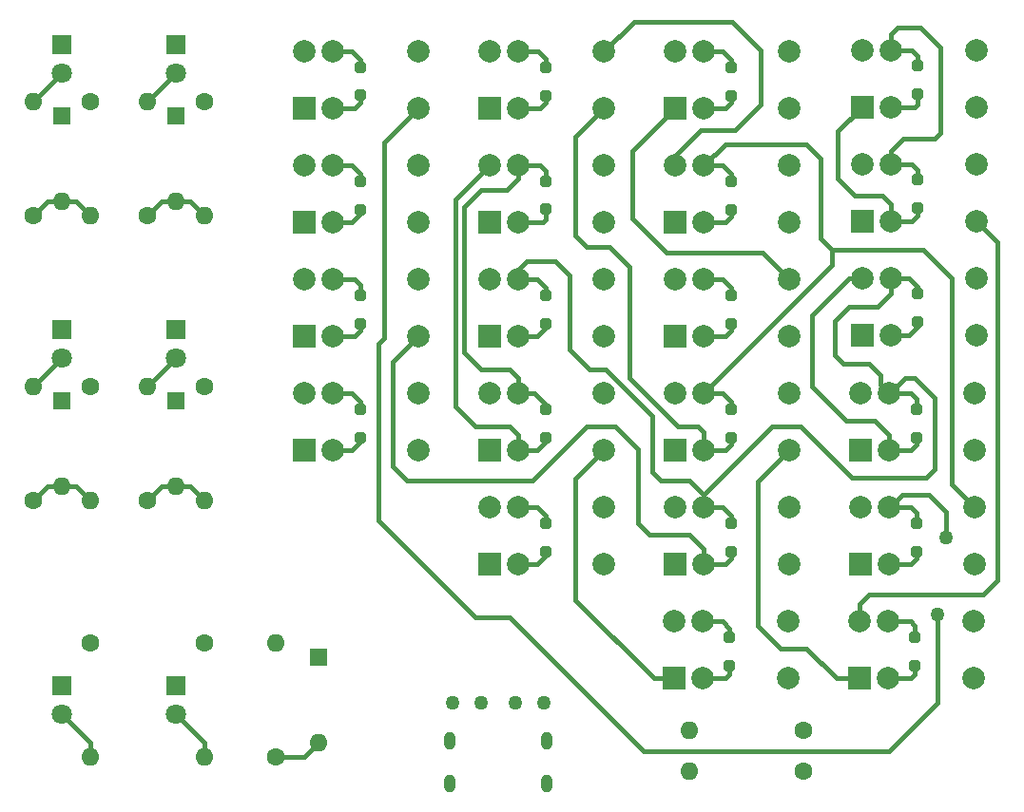
<source format=gbr>
%TF.GenerationSoftware,KiCad,Pcbnew,7.0.2*%
%TF.CreationDate,2023-05-28T17:25:48-07:00*%
%TF.ProjectId,relay-prototype,72656c61-792d-4707-926f-746f74797065,rev?*%
%TF.SameCoordinates,Original*%
%TF.FileFunction,Copper,L4,Bot*%
%TF.FilePolarity,Positive*%
%FSLAX46Y46*%
G04 Gerber Fmt 4.6, Leading zero omitted, Abs format (unit mm)*
G04 Created by KiCad (PCBNEW 7.0.2) date 2023-05-28 17:25:48*
%MOMM*%
%LPD*%
G01*
G04 APERTURE LIST*
G04 Aperture macros list*
%AMRoundRect*
0 Rectangle with rounded corners*
0 $1 Rounding radius*
0 $2 $3 $4 $5 $6 $7 $8 $9 X,Y pos of 4 corners*
0 Add a 4 corners polygon primitive as box body*
4,1,4,$2,$3,$4,$5,$6,$7,$8,$9,$2,$3,0*
0 Add four circle primitives for the rounded corners*
1,1,$1+$1,$2,$3*
1,1,$1+$1,$4,$5*
1,1,$1+$1,$6,$7*
1,1,$1+$1,$8,$9*
0 Add four rect primitives between the rounded corners*
20,1,$1+$1,$2,$3,$4,$5,0*
20,1,$1+$1,$4,$5,$6,$7,0*
20,1,$1+$1,$6,$7,$8,$9,0*
20,1,$1+$1,$8,$9,$2,$3,0*%
G04 Aperture macros list end*
%TA.AperFunction,ComponentPad*%
%ADD10RoundRect,0.500000X0.000000X-0.300000X0.000000X-0.300000X0.000000X0.300000X0.000000X0.300000X0*%
%TD*%
%TA.AperFunction,ComponentPad*%
%ADD11R,2.000000X2.000000*%
%TD*%
%TA.AperFunction,ComponentPad*%
%ADD12C,2.000000*%
%TD*%
%TA.AperFunction,ComponentPad*%
%ADD13R,1.800000X1.800000*%
%TD*%
%TA.AperFunction,ComponentPad*%
%ADD14C,1.800000*%
%TD*%
%TA.AperFunction,ComponentPad*%
%ADD15R,1.600000X1.600000*%
%TD*%
%TA.AperFunction,ComponentPad*%
%ADD16O,1.600000X1.600000*%
%TD*%
%TA.AperFunction,ComponentPad*%
%ADD17C,1.600000*%
%TD*%
%TA.AperFunction,SMDPad,CuDef*%
%ADD18RoundRect,0.250000X0.250000X-0.250000X0.250000X0.250000X-0.250000X0.250000X-0.250000X-0.250000X0*%
%TD*%
%TA.AperFunction,ViaPad*%
%ADD19C,1.270000*%
%TD*%
%TA.AperFunction,Conductor*%
%ADD20C,0.381000*%
%TD*%
G04 APERTURE END LIST*
D10*
%TO.P,J1,1*%
%TO.N,N/C*%
X91810000Y-107518840D03*
X91810000Y-111318840D03*
X100450000Y-107518840D03*
X100450000Y-111318840D03*
%TD*%
D11*
%TO.P,K15,1*%
%TO.N,GND*%
X78832600Y-61286190D03*
D12*
%TO.P,K15,2*%
X81372600Y-61286190D03*
%TO.P,K15,5*%
%TO.N,A0*%
X88992600Y-61286190D03*
%TO.P,K15,6*%
X88992600Y-56206190D03*
%TO.P,K15,9*%
%TO.N,Net-(D15-A2)*%
X81372600Y-56206190D03*
%TO.P,K15,10*%
%TO.N,+5V*%
X78832600Y-56206190D03*
%TD*%
D13*
%TO.P,LED1,1,K*%
%TO.N,GND*%
X67402600Y-45411190D03*
D14*
%TO.P,LED1,2,A*%
%TO.N,Net-(LED1-A)*%
X67402600Y-47951190D03*
%TD*%
D11*
%TO.P,K20,1*%
%TO.N,SUM0*%
X111730100Y-101926190D03*
D12*
%TO.P,K20,2*%
%TO.N,GND*%
X114270100Y-101926190D03*
%TO.P,K20,5*%
%TO.N,OUT0*%
X121890100Y-101926190D03*
%TO.P,K20,6*%
X121890100Y-96846190D03*
%TO.P,K20,9*%
%TO.N,SELECT*%
X114270100Y-96846190D03*
%TO.P,K20,10*%
%TO.N,SUB0*%
X111730100Y-96846190D03*
%TD*%
D13*
%TO.P,LED3,1,K*%
%TO.N,GND*%
X67402600Y-70811190D03*
D14*
%TO.P,LED3,2,A*%
%TO.N,Net-(LED3-A)*%
X67402600Y-73351190D03*
%TD*%
D11*
%TO.P,K10,1*%
%TO.N,Net-(K10-Pad1)*%
X111852600Y-51126190D03*
D12*
%TO.P,K10,2*%
%TO.N,GND*%
X114392600Y-51126190D03*
%TO.P,K10,5*%
%TO.N,ADDCOUT1*%
X122012600Y-51126190D03*
%TO.P,K10,6*%
X122012600Y-46046190D03*
%TO.P,K10,9*%
%TO.N,Net-(D10-A2)*%
X114392600Y-46046190D03*
%TO.P,K10,10*%
%TO.N,+5V*%
X111852600Y-46046190D03*
%TD*%
D13*
%TO.P,LED2,1,K*%
%TO.N,GND*%
X57242600Y-45411190D03*
D14*
%TO.P,LED2,2,A*%
%TO.N,Net-(LED2-A)*%
X57242600Y-47951190D03*
%TD*%
D11*
%TO.P,K11,1*%
%TO.N,GND*%
X128362600Y-81606190D03*
D12*
%TO.P,K11,2*%
%TO.N,CIN0*%
X130902600Y-81606190D03*
%TO.P,K11,5*%
%TO.N,SUB0*%
X138522600Y-81606190D03*
%TO.P,K11,6*%
X138522600Y-76526190D03*
%TO.P,K11,9*%
%TO.N,A0*%
X130902600Y-76526190D03*
%TO.P,K11,10*%
%TO.N,+5V*%
X128362600Y-76526190D03*
%TD*%
D11*
%TO.P,K14,1*%
%TO.N,SUBCOUT0*%
X128485100Y-50993690D03*
D12*
%TO.P,K14,2*%
%TO.N,GND*%
X131025100Y-50993690D03*
%TO.P,K14,5*%
%TO.N,SUBCOUT1*%
X138645100Y-50993690D03*
%TO.P,K14,6*%
X138645100Y-45913690D03*
%TO.P,K14,9*%
%TO.N,A1*%
X131025100Y-45913690D03*
%TO.P,K14,10*%
%TO.N,GND*%
X128485100Y-45913690D03*
%TD*%
D13*
%TO.P,LED6,1,K*%
%TO.N,GND*%
X57242600Y-102561190D03*
D14*
%TO.P,LED6,2,A*%
%TO.N,Net-(LED6-A)*%
X57242600Y-105101190D03*
%TD*%
D13*
%TO.P,LED5,1,K*%
%TO.N,GND*%
X67402600Y-102561190D03*
D14*
%TO.P,LED5,2,A*%
%TO.N,Net-(LED5-A)*%
X67402600Y-105101190D03*
%TD*%
D15*
%TO.P,B0,1*%
%TO.N,+5V*%
X67402600Y-77161190D03*
D16*
%TO.P,B0,2*%
%TO.N,Net-(D17-A2)*%
X67402600Y-84781190D03*
%TD*%
D11*
%TO.P,K18,1*%
%TO.N,GND*%
X78832600Y-81606190D03*
D12*
%TO.P,K18,2*%
X81372600Y-81606190D03*
%TO.P,K18,5*%
%TO.N,B1*%
X88992600Y-81606190D03*
%TO.P,K18,6*%
X88992600Y-76526190D03*
%TO.P,K18,9*%
%TO.N,Net-(D18-A2)*%
X81372600Y-76526190D03*
%TO.P,K18,10*%
%TO.N,+5V*%
X78832600Y-76526190D03*
%TD*%
D11*
%TO.P,K3,1*%
%TO.N,GND*%
X95342020Y-71446220D03*
D12*
%TO.P,K3,2*%
X97882020Y-71446220D03*
%TO.P,K3,5*%
%TO.N,Net-(K3-Pad5)*%
X105502020Y-71446220D03*
%TO.P,K3,6*%
X105502020Y-66366220D03*
%TO.P,K3,9*%
%TO.N,A0*%
X97882020Y-66366220D03*
%TO.P,K3,10*%
%TO.N,B0*%
X95342020Y-66366220D03*
%TD*%
D13*
%TO.P,LED4,1,K*%
%TO.N,GND*%
X57242600Y-70811190D03*
D14*
%TO.P,LED4,2,A*%
%TO.N,Net-(LED4-A)*%
X57242600Y-73351190D03*
%TD*%
D15*
%TO.P,A0,1*%
%TO.N,+5V*%
X67402600Y-51761190D03*
D16*
%TO.P,A0,2*%
%TO.N,Net-(D15-A2)*%
X67402600Y-59381190D03*
%TD*%
D11*
%TO.P,K7,1*%
%TO.N,GND*%
X111852600Y-81606190D03*
D12*
%TO.P,K7,2*%
%TO.N,ADDCOUT0*%
X114392600Y-81606190D03*
%TO.P,K7,5*%
%TO.N,SUM1*%
X122012600Y-81606190D03*
%TO.P,K7,6*%
X122012600Y-76526190D03*
%TO.P,K7,9*%
%TO.N,Net-(D7-A2)*%
X114392600Y-76526190D03*
%TO.P,K7,10*%
%TO.N,+5V*%
X111852600Y-76526190D03*
%TD*%
D11*
%TO.P,K21,1*%
%TO.N,SUM1*%
X128240100Y-101926190D03*
D12*
%TO.P,K21,2*%
%TO.N,GND*%
X130780100Y-101926190D03*
%TO.P,K21,5*%
%TO.N,OUT1*%
X138400100Y-101926190D03*
%TO.P,K21,6*%
X138400100Y-96846190D03*
%TO.P,K21,9*%
%TO.N,SELECT*%
X130780100Y-96846190D03*
%TO.P,K21,10*%
%TO.N,SUB1*%
X128240100Y-96846190D03*
%TD*%
D11*
%TO.P,K19,1*%
%TO.N,GND*%
X95342600Y-91766190D03*
D12*
%TO.P,K19,2*%
X97882600Y-91766190D03*
%TO.P,K19,5*%
%TO.N,SELECT*%
X105502600Y-91766190D03*
%TO.P,K19,6*%
X105502600Y-86686190D03*
%TO.P,K19,9*%
%TO.N,Net-(D19-A2)*%
X97882600Y-86686190D03*
%TO.P,K19,10*%
%TO.N,+5V*%
X95342600Y-86686190D03*
%TD*%
D15*
%TO.P,A1,1*%
%TO.N,+5V*%
X57242600Y-51761190D03*
D16*
%TO.P,A1,2*%
%TO.N,Net-(D16-A2)*%
X57242600Y-59381190D03*
%TD*%
D11*
%TO.P,K12,1*%
%TO.N,GND*%
X128485100Y-71313690D03*
D12*
%TO.P,K12,2*%
X131025100Y-71313690D03*
%TO.P,K12,5*%
%TO.N,SUBCOUT0*%
X138645100Y-71313690D03*
%TO.P,K12,6*%
X138645100Y-66233690D03*
%TO.P,K12,9*%
%TO.N,A0*%
X131025100Y-66233690D03*
%TO.P,K12,10*%
%TO.N,CIN0*%
X128485100Y-66233690D03*
%TD*%
D11*
%TO.P,K2,1*%
%TO.N,GND*%
X95342020Y-81606025D03*
D12*
%TO.P,K2,2*%
%TO.N,CIN0*%
X97882020Y-81606025D03*
%TO.P,K2,5*%
%TO.N,SUM0*%
X105502020Y-81606025D03*
%TO.P,K2,6*%
X105502020Y-76526025D03*
%TO.P,K2,9*%
%TO.N,Net-(D2-A2)*%
X97882020Y-76526025D03*
%TO.P,K2,10*%
%TO.N,+5V*%
X95342020Y-76526025D03*
%TD*%
D11*
%TO.P,K13,1*%
%TO.N,+5V*%
X128485100Y-61153690D03*
D12*
%TO.P,K13,2*%
%TO.N,SUBCOUT0*%
X131025100Y-61153690D03*
%TO.P,K13,5*%
%TO.N,SUB1*%
X138645100Y-61153690D03*
%TO.P,K13,6*%
X138645100Y-56073690D03*
%TO.P,K13,9*%
%TO.N,A1*%
X131025100Y-56073690D03*
%TO.P,K13,10*%
%TO.N,GND*%
X128485100Y-56073690D03*
%TD*%
D11*
%TO.P,K17,1*%
%TO.N,GND*%
X78832600Y-71446190D03*
D12*
%TO.P,K17,2*%
X81372600Y-71446190D03*
%TO.P,K17,5*%
%TO.N,B0*%
X88992600Y-71446190D03*
%TO.P,K17,6*%
X88992600Y-66366190D03*
%TO.P,K17,9*%
%TO.N,Net-(D17-A2)*%
X81372600Y-66366190D03*
%TO.P,K17,10*%
%TO.N,+5V*%
X78832600Y-66366190D03*
%TD*%
D11*
%TO.P,K8,1*%
%TO.N,GND*%
X111852600Y-71446190D03*
D12*
%TO.P,K8,2*%
X114392600Y-71446190D03*
%TO.P,K8,5*%
%TO.N,Net-(K10-Pad1)*%
X122012600Y-71446190D03*
%TO.P,K8,6*%
X122012600Y-66366190D03*
%TO.P,K8,9*%
%TO.N,A1*%
X114392600Y-66366190D03*
%TO.P,K8,10*%
%TO.N,B1*%
X111852600Y-66366190D03*
%TD*%
D11*
%TO.P,K9,1*%
%TO.N,GND*%
X111852600Y-61286190D03*
D12*
%TO.P,K9,2*%
X114392600Y-61286190D03*
%TO.P,K9,5*%
%TO.N,Net-(D10-A2)*%
X122012600Y-61286190D03*
%TO.P,K9,6*%
X122012600Y-56206190D03*
%TO.P,K9,9*%
%TO.N,Net-(D7-A2)*%
X114392600Y-56206190D03*
%TO.P,K9,10*%
%TO.N,ADDCOUT0*%
X111852600Y-56206190D03*
%TD*%
D15*
%TO.P,B1,1*%
%TO.N,+5V*%
X57242600Y-77161190D03*
D16*
%TO.P,B1,2*%
%TO.N,Net-(D18-A2)*%
X57242600Y-84781190D03*
%TD*%
D11*
%TO.P,K5,1*%
%TO.N,Net-(K3-Pad5)*%
X95342020Y-51126610D03*
D12*
%TO.P,K5,2*%
%TO.N,GND*%
X97882020Y-51126610D03*
%TO.P,K5,5*%
%TO.N,ADDCOUT0*%
X105502020Y-51126610D03*
%TO.P,K5,6*%
X105502020Y-46046610D03*
%TO.P,K5,9*%
%TO.N,Net-(D5-A2)*%
X97882020Y-46046610D03*
%TO.P,K5,10*%
%TO.N,+5V*%
X95342020Y-46046610D03*
%TD*%
D11*
%TO.P,K6,1*%
%TO.N,GND*%
X128362600Y-91766190D03*
D12*
%TO.P,K6,2*%
%TO.N,B1*%
X130902600Y-91766190D03*
%TO.P,K6,5*%
%TO.N,Net-(D7-A2)*%
X138522600Y-91766190D03*
%TO.P,K6,6*%
X138522600Y-86686190D03*
%TO.P,K6,9*%
%TO.N,A1*%
X130902600Y-86686190D03*
%TO.P,K6,10*%
%TO.N,+5V*%
X128362600Y-86686190D03*
%TD*%
D11*
%TO.P,K1,1*%
%TO.N,GND*%
X111852020Y-91765830D03*
D12*
%TO.P,K1,2*%
%TO.N,B0*%
X114392020Y-91765830D03*
%TO.P,K1,5*%
%TO.N,Net-(D2-A2)*%
X122012020Y-91765830D03*
%TO.P,K1,6*%
X122012020Y-86685830D03*
%TO.P,K1,9*%
%TO.N,A0*%
X114392020Y-86685830D03*
%TO.P,K1,10*%
%TO.N,+5V*%
X111852020Y-86685830D03*
%TD*%
D11*
%TO.P,K16,1*%
%TO.N,GND*%
X78832600Y-51126610D03*
D12*
%TO.P,K16,2*%
X81372600Y-51126610D03*
%TO.P,K16,5*%
%TO.N,A1*%
X88992600Y-51126610D03*
%TO.P,K16,6*%
X88992600Y-46046610D03*
%TO.P,K16,9*%
%TO.N,Net-(D16-A2)*%
X81372600Y-46046610D03*
%TO.P,K16,10*%
%TO.N,+5V*%
X78832600Y-46046610D03*
%TD*%
D11*
%TO.P,K4,1*%
%TO.N,GND*%
X95342020Y-61286415D03*
D12*
%TO.P,K4,2*%
X97882020Y-61286415D03*
%TO.P,K4,5*%
%TO.N,Net-(D5-A2)*%
X105502020Y-61286415D03*
%TO.P,K4,6*%
X105502020Y-56206415D03*
%TO.P,K4,9*%
%TO.N,Net-(D2-A2)*%
X97882020Y-56206415D03*
%TO.P,K4,10*%
%TO.N,CIN0*%
X95342020Y-56206415D03*
%TD*%
D15*
%TO.P,S1,1*%
%TO.N,+5V*%
X80102600Y-100021190D03*
D16*
%TO.P,S1,2*%
%TO.N,Net-(D19-A2)*%
X80102600Y-107641190D03*
%TD*%
D17*
%TO.P,RCC2,1*%
%TO.N,GND*%
X123282600Y-106599790D03*
D16*
%TO.P,RCC2,2*%
%TO.N,Net-(J1-CC2)*%
X113122600Y-106599790D03*
%TD*%
D17*
%TO.P,R2,1*%
%TO.N,GND*%
X59782600Y-50491190D03*
D16*
%TO.P,R2,2*%
%TO.N,Net-(D16-A2)*%
X59782600Y-60651190D03*
%TD*%
D18*
%TO.P,D17,1,A1*%
%TO.N,GND*%
X83790100Y-70288690D03*
%TO.P,D17,2,A2*%
%TO.N,Net-(D17-A2)*%
X83790100Y-67788690D03*
%TD*%
D17*
%TO.P,RCC1,1*%
%TO.N,GND*%
X123282600Y-110181190D03*
D16*
%TO.P,RCC1,2*%
%TO.N,Net-(J1-CC1)*%
X113122600Y-110181190D03*
%TD*%
D17*
%TO.P,R1,1*%
%TO.N,GND*%
X69942600Y-50491190D03*
D16*
%TO.P,R1,2*%
%TO.N,Net-(D15-A2)*%
X69942600Y-60651190D03*
%TD*%
D17*
%TO.P,R9,1*%
%TO.N,Net-(D19-A2)*%
X76292600Y-108911190D03*
D16*
%TO.P,R9,2*%
%TO.N,GND*%
X76292600Y-98751190D03*
%TD*%
D18*
%TO.P,D5,1,A1*%
%TO.N,GND*%
X100299520Y-49969110D03*
%TO.P,D5,2,A2*%
%TO.N,Net-(D5-A2)*%
X100299520Y-47469110D03*
%TD*%
%TO.P,D11,1,A1*%
%TO.N,CIN0*%
X133320100Y-80448690D03*
%TO.P,D11,2,A2*%
%TO.N,A0*%
X133320100Y-77948690D03*
%TD*%
%TO.P,D19,1,A1*%
%TO.N,GND*%
X100300100Y-90608690D03*
%TO.P,D19,2,A2*%
%TO.N,Net-(D19-A2)*%
X100300100Y-88108690D03*
%TD*%
%TO.P,D13,1,A1*%
%TO.N,SUBCOUT0*%
X133442600Y-59996190D03*
%TO.P,D13,2,A2*%
%TO.N,A1*%
X133442600Y-57496190D03*
%TD*%
D17*
%TO.P,R10,1*%
%TO.N,OUT0*%
X69942600Y-98751190D03*
D16*
%TO.P,R10,2*%
%TO.N,Net-(LED5-A)*%
X69942600Y-108911190D03*
%TD*%
D18*
%TO.P,D18,1,A1*%
%TO.N,GND*%
X83790100Y-80448690D03*
%TO.P,D18,2,A2*%
%TO.N,Net-(D18-A2)*%
X83790100Y-77948690D03*
%TD*%
D17*
%TO.P,R5,1*%
%TO.N,Net-(D15-A2)*%
X64862600Y-60651190D03*
D16*
%TO.P,R5,2*%
%TO.N,Net-(LED1-A)*%
X64862600Y-50491190D03*
%TD*%
D18*
%TO.P,D15,1,A1*%
%TO.N,GND*%
X83790100Y-60128690D03*
%TO.P,D15,2,A2*%
%TO.N,Net-(D15-A2)*%
X83790100Y-57628690D03*
%TD*%
D17*
%TO.P,R11,1*%
%TO.N,OUT1*%
X59782600Y-98751190D03*
D16*
%TO.P,R11,2*%
%TO.N,Net-(LED6-A)*%
X59782600Y-108911190D03*
%TD*%
D18*
%TO.P,D21,1,A1*%
%TO.N,GND*%
X133197600Y-100768690D03*
%TO.P,D21,2,A2*%
%TO.N,SELECT*%
X133197600Y-98268690D03*
%TD*%
D17*
%TO.P,R8,1*%
%TO.N,Net-(D18-A2)*%
X54702600Y-86051190D03*
D16*
%TO.P,R8,2*%
%TO.N,Net-(LED4-A)*%
X54702600Y-75891190D03*
%TD*%
D18*
%TO.P,D3,1,A1*%
%TO.N,GND*%
X100299520Y-70288720D03*
%TO.P,D3,2,A2*%
%TO.N,A0*%
X100299520Y-67788720D03*
%TD*%
%TO.P,D7,1,A1*%
%TO.N,ADDCOUT0*%
X116810100Y-80448690D03*
%TO.P,D7,2,A2*%
%TO.N,Net-(D7-A2)*%
X116810100Y-77948690D03*
%TD*%
%TO.P,D14,1,A1*%
%TO.N,GND*%
X133442600Y-49836190D03*
%TO.P,D14,2,A2*%
%TO.N,A1*%
X133442600Y-47336190D03*
%TD*%
%TO.P,D16,1,A1*%
%TO.N,GND*%
X83790100Y-49946610D03*
%TO.P,D16,2,A2*%
%TO.N,Net-(D16-A2)*%
X83790100Y-47446610D03*
%TD*%
D17*
%TO.P,R3,1*%
%TO.N,GND*%
X69942600Y-75891190D03*
D16*
%TO.P,R3,2*%
%TO.N,Net-(D17-A2)*%
X69942600Y-86051190D03*
%TD*%
D18*
%TO.P,D6,1,A1*%
%TO.N,B1*%
X133320100Y-90608690D03*
%TO.P,D6,2,A2*%
%TO.N,A1*%
X133320100Y-88108690D03*
%TD*%
%TO.P,D12,1,A1*%
%TO.N,GND*%
X133442600Y-70156190D03*
%TO.P,D12,2,A2*%
%TO.N,A0*%
X133442600Y-67656190D03*
%TD*%
%TO.P,D4,1,A1*%
%TO.N,GND*%
X100299520Y-60118915D03*
%TO.P,D4,2,A2*%
%TO.N,Net-(D2-A2)*%
X100299520Y-57618915D03*
%TD*%
%TO.P,D2,1,A1*%
%TO.N,CIN0*%
X100299520Y-80448525D03*
%TO.P,D2,2,A2*%
%TO.N,Net-(D2-A2)*%
X100299520Y-77948525D03*
%TD*%
%TO.P,D1,1,A1*%
%TO.N,B0*%
X116809520Y-90608330D03*
%TO.P,D1,2,A2*%
%TO.N,A0*%
X116809520Y-88108330D03*
%TD*%
%TO.P,D10,1,A1*%
%TO.N,GND*%
X116810100Y-49968690D03*
%TO.P,D10,2,A2*%
%TO.N,Net-(D10-A2)*%
X116810100Y-47468690D03*
%TD*%
D17*
%TO.P,R7,1*%
%TO.N,Net-(D17-A2)*%
X64862600Y-86051190D03*
D16*
%TO.P,R7,2*%
%TO.N,Net-(LED3-A)*%
X64862600Y-75891190D03*
%TD*%
D18*
%TO.P,D8,1,A1*%
%TO.N,GND*%
X116810100Y-70288690D03*
%TO.P,D8,2,A2*%
%TO.N,A1*%
X116810100Y-67788690D03*
%TD*%
%TO.P,D20,1,A1*%
%TO.N,GND*%
X116687600Y-100768690D03*
%TO.P,D20,2,A2*%
%TO.N,SELECT*%
X116687600Y-98268690D03*
%TD*%
D17*
%TO.P,R6,1*%
%TO.N,Net-(D16-A2)*%
X54702600Y-60651190D03*
D16*
%TO.P,R6,2*%
%TO.N,Net-(LED2-A)*%
X54702600Y-50491190D03*
%TD*%
D17*
%TO.P,R4,1*%
%TO.N,GND*%
X59782600Y-75891190D03*
D16*
%TO.P,R4,2*%
%TO.N,Net-(D18-A2)*%
X59782600Y-86051190D03*
%TD*%
D18*
%TO.P,D9,1,A1*%
%TO.N,GND*%
X116810100Y-60128690D03*
%TO.P,D9,2,A2*%
%TO.N,Net-(D7-A2)*%
X116810100Y-57628690D03*
%TD*%
D19*
%TO.N,+5V*%
X97628600Y-104085190D03*
X94580600Y-104085190D03*
%TO.N,GND*%
X100168600Y-104085190D03*
X92040600Y-104085190D03*
%TO.N,A1*%
X135220600Y-96211190D03*
X135982600Y-89353190D03*
%TD*%
D20*
%TO.N,Net-(D15-A2)*%
X67402600Y-59381190D02*
X66132600Y-59381190D01*
X66132600Y-59381190D02*
X64862600Y-60651190D01*
X83790100Y-57628690D02*
X83790100Y-56972690D01*
X83023600Y-56206190D02*
X81372600Y-56206190D01*
X68672600Y-59381190D02*
X69942600Y-60651190D01*
X67402600Y-59381190D02*
X68672600Y-59381190D01*
X83790100Y-56972690D02*
X83023600Y-56206190D01*
%TO.N,Net-(D16-A2)*%
X83790100Y-46812690D02*
X83790100Y-47446610D01*
X58512600Y-59381190D02*
X59782600Y-60651190D01*
X57242600Y-59381190D02*
X58512600Y-59381190D01*
X55972600Y-59381190D02*
X54702600Y-60651190D01*
X57242600Y-59381190D02*
X55972600Y-59381190D01*
X83024020Y-46046610D02*
X83790100Y-46812690D01*
X81372600Y-46046610D02*
X83024020Y-46046610D01*
%TO.N,Net-(D17-A2)*%
X68672600Y-84781190D02*
X69942600Y-86051190D01*
X83277600Y-66366190D02*
X81372600Y-66366190D01*
X67402600Y-84781190D02*
X68672600Y-84781190D01*
X83790100Y-67788690D02*
X83790100Y-66878690D01*
X83790100Y-66878690D02*
X83277600Y-66366190D01*
X66132600Y-84781190D02*
X64862600Y-86051190D01*
X67402600Y-84781190D02*
X66132600Y-84781190D01*
%TO.N,Net-(D18-A2)*%
X57242600Y-84781190D02*
X58512600Y-84781190D01*
X57242600Y-84781190D02*
X55972600Y-84781190D01*
X58512600Y-84781190D02*
X59782600Y-86051190D01*
X83790100Y-77948690D02*
X83790100Y-77292690D01*
X55972600Y-84781190D02*
X54702600Y-86051190D01*
X83023600Y-76526190D02*
X81372600Y-76526190D01*
X83790100Y-77292690D02*
X83023600Y-76526190D01*
%TO.N,B0*%
X114392020Y-90368610D02*
X113122600Y-89099190D01*
X116809520Y-91254270D02*
X116809520Y-90608330D01*
X87976600Y-84273190D02*
X86706600Y-83003190D01*
X113122600Y-89099190D02*
X109566600Y-89099190D01*
X109566600Y-89099190D02*
X108550600Y-88083190D01*
X116297960Y-91765830D02*
X116809520Y-91254270D01*
X86706600Y-83003190D02*
X86706600Y-73732190D01*
X108550600Y-88083190D02*
X108550600Y-81479190D01*
X99152600Y-84273190D02*
X87976600Y-84273190D01*
X114392020Y-91765830D02*
X116297960Y-91765830D01*
X106518600Y-79447190D02*
X103978600Y-79447190D01*
X86706600Y-73732190D02*
X88992600Y-71446190D01*
X108550600Y-81479190D02*
X106518600Y-79447190D01*
X114392020Y-91765830D02*
X114392020Y-90368610D01*
X103978600Y-79447190D02*
X99152600Y-84273190D01*
%TO.N,A0*%
X116809520Y-87452110D02*
X116809520Y-88108330D01*
X134966600Y-76907190D02*
X133188600Y-75129190D01*
X130140600Y-74875190D02*
X130140600Y-75764190D01*
X102454600Y-65985190D02*
X102454600Y-72589190D01*
X102454600Y-72589190D02*
X104232600Y-74367190D01*
X130902600Y-76526190D02*
X132807600Y-76526190D01*
X134966600Y-83257190D02*
X134966600Y-76907190D01*
X101184600Y-64715190D02*
X102454600Y-65985190D01*
X104232600Y-74367190D02*
X105629600Y-74367190D01*
X132299600Y-75129190D02*
X130902600Y-76526190D01*
X114392020Y-85543770D02*
X120488600Y-79447190D01*
X123028600Y-79447190D02*
X127600600Y-84019190D01*
X129886600Y-68779190D02*
X127346600Y-68779190D01*
X126076600Y-73097190D02*
X126838600Y-73859190D01*
X110582600Y-84273190D02*
X113121440Y-84273190D01*
X133188600Y-75129190D02*
X132299600Y-75129190D01*
X120488600Y-79447190D02*
X123028600Y-79447190D01*
X129124600Y-73859190D02*
X130140600Y-74875190D01*
X116043240Y-86685830D02*
X116809520Y-87452110D01*
X132807600Y-76526190D02*
X133320100Y-77038690D01*
X105629600Y-74367190D02*
X109820600Y-78558190D01*
X109820600Y-83511190D02*
X110582600Y-84273190D01*
X99533630Y-66366220D02*
X97882020Y-66366220D01*
X100299520Y-67132110D02*
X99533630Y-66366220D01*
X127346600Y-68779190D02*
X126076600Y-70049190D01*
X131025100Y-67640690D02*
X129886600Y-68779190D01*
X126838600Y-73859190D02*
X129124600Y-73859190D01*
X127600600Y-84019190D02*
X134204600Y-84019190D01*
X100299520Y-67788720D02*
X100299520Y-67132110D01*
X133320100Y-77038690D02*
X133320100Y-77948690D01*
X98644600Y-64715190D02*
X101184600Y-64715190D01*
X134204600Y-84019190D02*
X134966600Y-83257190D01*
X113121440Y-84273190D02*
X114392020Y-85543770D01*
X133442600Y-67001190D02*
X133442600Y-67656190D01*
X126076600Y-70049190D02*
X126076600Y-73097190D01*
X131025100Y-66233690D02*
X131025100Y-67640690D01*
X97882020Y-65477770D02*
X98644600Y-64715190D01*
X132675100Y-66233690D02*
X133442600Y-67001190D01*
X114392020Y-86685830D02*
X116043240Y-86685830D01*
X97882020Y-66366220D02*
X97882020Y-65477770D01*
X131025100Y-66233690D02*
X132675100Y-66233690D01*
X130140600Y-75764190D02*
X130902600Y-76526190D01*
X109820600Y-78558190D02*
X109820600Y-83511190D01*
X114392020Y-85543770D02*
X114392020Y-86685830D01*
%TO.N,CIN0*%
X127352100Y-66233690D02*
X128485100Y-66233690D01*
X127092600Y-78939190D02*
X124044600Y-75891190D01*
X97882020Y-80191812D02*
X97882020Y-81606025D01*
X94072600Y-79447190D02*
X97137398Y-79447190D01*
X95342020Y-56206415D02*
X92294600Y-59253835D01*
X100299520Y-80448525D02*
X100299520Y-80840270D01*
X130902600Y-81606190D02*
X130902600Y-80209190D01*
X100299520Y-80840270D02*
X99533765Y-81606025D01*
X129632600Y-78939190D02*
X127092600Y-78939190D01*
X130902600Y-80209190D02*
X129632600Y-78939190D01*
X92294600Y-59253835D02*
X92294600Y-77669190D01*
X92294600Y-77669190D02*
X94072600Y-79447190D01*
X124044600Y-75891190D02*
X124044600Y-69541190D01*
X130902600Y-81606190D02*
X132807600Y-81606190D01*
X97137398Y-79447190D02*
X97882020Y-80191812D01*
X99533765Y-81606025D02*
X97882020Y-81606025D01*
X124044600Y-69541190D02*
X127352100Y-66233690D01*
X133320100Y-81093690D02*
X133320100Y-80448690D01*
X132807600Y-81606190D02*
X133320100Y-81093690D01*
%TO.N,Net-(D2-A2)*%
X97120600Y-74367190D02*
X94580600Y-74367190D01*
X97882020Y-75128610D02*
X97120600Y-74367190D01*
X96866600Y-58365190D02*
X97882020Y-57349770D01*
X94580600Y-74367190D02*
X93056600Y-72843190D01*
X97882020Y-76526025D02*
X99279435Y-76526025D01*
X93056600Y-59889190D02*
X94580600Y-58365190D01*
X94580600Y-58365190D02*
X96866600Y-58365190D01*
X97882020Y-57349770D02*
X97882020Y-56206415D01*
X100299520Y-77546110D02*
X100299520Y-77948525D01*
X99279435Y-76526025D02*
X100299520Y-77546110D01*
X99787825Y-56206415D02*
X100299520Y-56718110D01*
X97882020Y-56206415D02*
X99787825Y-56206415D01*
X100299520Y-56718110D02*
X100299520Y-57618915D01*
X97882020Y-76526025D02*
X97882020Y-75128610D01*
X93056600Y-72843190D02*
X93056600Y-59889190D01*
%TO.N,GND*%
X116810100Y-50613690D02*
X116810100Y-49968690D01*
X100299520Y-61028270D02*
X100299520Y-60118915D01*
X83790100Y-60128690D02*
X83790100Y-60519690D01*
X83790100Y-70288690D02*
X83790100Y-70933690D01*
X83790100Y-70933690D02*
X83277600Y-71446190D01*
X116297600Y-101926190D02*
X116687600Y-101536190D01*
X83790100Y-50613690D02*
X83277180Y-51126610D01*
X97882020Y-61286415D02*
X100041375Y-61286415D01*
X97882020Y-51126610D02*
X99787180Y-51126610D01*
X116297600Y-61286190D02*
X116810100Y-60773690D01*
X100300100Y-90608690D02*
X100300100Y-90999690D01*
X133194100Y-50993690D02*
X133442600Y-50745190D01*
X116297600Y-51126190D02*
X116810100Y-50613690D01*
X99533570Y-71446220D02*
X100299520Y-70680270D01*
X83790100Y-80839690D02*
X83023600Y-81606190D01*
X100041375Y-61286415D02*
X100299520Y-61028270D01*
X116687600Y-101536190D02*
X116687600Y-100768690D01*
X83790100Y-49946610D02*
X83790100Y-50613690D01*
X114270100Y-101926190D02*
X116297600Y-101926190D01*
X83790100Y-60519690D02*
X83023600Y-61286190D01*
X114392600Y-51126190D02*
X116297600Y-51126190D01*
X132686100Y-71313690D02*
X133442600Y-70557190D01*
X114392600Y-61286190D02*
X116297600Y-61286190D01*
X99533600Y-91766190D02*
X97882600Y-91766190D01*
X131025100Y-71313690D02*
X132686100Y-71313690D01*
X97882020Y-71446220D02*
X99533570Y-71446220D01*
X83790100Y-80448690D02*
X83790100Y-80839690D01*
X100300100Y-90999690D02*
X99533600Y-91766190D01*
X116810100Y-70933690D02*
X116810100Y-70288690D01*
X116810100Y-60773690D02*
X116810100Y-60128690D01*
X130780100Y-101926190D02*
X132807600Y-101926190D01*
X114392600Y-71446190D02*
X116297600Y-71446190D01*
X132807600Y-101926190D02*
X133197600Y-101536190D01*
X133197600Y-101536190D02*
X133197600Y-100768690D01*
X83277600Y-71446190D02*
X81372600Y-71446190D01*
X100299520Y-50614270D02*
X100299520Y-49969110D01*
X83023600Y-61286190D02*
X81372600Y-61286190D01*
X131025100Y-50993690D02*
X133194100Y-50993690D01*
X99787180Y-51126610D02*
X100299520Y-50614270D01*
X83023600Y-81606190D02*
X81372600Y-81606190D01*
X133442600Y-50745190D02*
X133442600Y-49836190D01*
X116297600Y-71446190D02*
X116810100Y-70933690D01*
X83277180Y-51126610D02*
X81372600Y-51126610D01*
X100299520Y-70680270D02*
X100299520Y-70288720D01*
X133442600Y-70557190D02*
X133442600Y-70156190D01*
%TO.N,Net-(D5-A2)*%
X100299520Y-46689030D02*
X100299520Y-47469110D01*
X97882020Y-46046610D02*
X99657100Y-46046610D01*
X99657100Y-46046610D02*
X100299520Y-46689030D01*
%TO.N,B1*%
X133320100Y-91253690D02*
X133320100Y-90608690D01*
X130902600Y-91766190D02*
X132807600Y-91766190D01*
X132807600Y-91766190D02*
X133320100Y-91253690D01*
%TO.N,A1*%
X132807600Y-86686190D02*
X133320100Y-87198690D01*
X85436600Y-87829190D02*
X85436600Y-72081190D01*
X134966600Y-53793190D02*
X132172600Y-53793190D01*
X85944600Y-54174610D02*
X88992600Y-51126610D01*
X134458600Y-85543190D02*
X135474600Y-86559190D01*
X97120600Y-96465190D02*
X94072600Y-96465190D01*
X132929100Y-45913690D02*
X133442600Y-46427190D01*
X94072600Y-96465190D02*
X85436600Y-87829190D01*
X135474600Y-45665190D02*
X135474600Y-53285190D01*
X116810100Y-67132690D02*
X116810100Y-67788690D01*
X85436600Y-72081190D02*
X85944600Y-71573190D01*
X135474600Y-86559190D02*
X135982600Y-87067190D01*
X130902600Y-86686190D02*
X132807600Y-86686190D01*
X133442600Y-46427190D02*
X133442600Y-47336190D01*
X132045600Y-85543190D02*
X132934600Y-85543190D01*
X131025100Y-44526690D02*
X131664600Y-43887190D01*
X135220600Y-96211190D02*
X135220600Y-104085190D01*
X132934600Y-85543190D02*
X134458600Y-85543190D01*
X130902600Y-86686190D02*
X132045600Y-85543190D01*
X133320100Y-87198690D02*
X133320100Y-88108690D01*
X85944600Y-71573190D02*
X85944600Y-54174610D01*
X132929100Y-56073690D02*
X133442600Y-56587190D01*
X133442600Y-56587190D02*
X133442600Y-57496190D01*
X131664600Y-43887190D02*
X133696600Y-43887190D01*
X131025100Y-56073690D02*
X132929100Y-56073690D01*
X135982600Y-87067190D02*
X135982600Y-89353190D01*
X109058600Y-108403190D02*
X97120600Y-96465190D01*
X131025100Y-45913690D02*
X132929100Y-45913690D01*
X130902600Y-108403190D02*
X109058600Y-108403190D01*
X133696600Y-43887190D02*
X135474600Y-45665190D01*
X135474600Y-53285190D02*
X134966600Y-53793190D01*
X114392600Y-66366190D02*
X116043600Y-66366190D01*
X131025100Y-54940690D02*
X131025100Y-56073690D01*
X116043600Y-66366190D02*
X116810100Y-67132690D01*
X132172600Y-53793190D02*
X131025100Y-54940690D01*
X131025100Y-45913690D02*
X131025100Y-44526690D01*
X135220600Y-104085190D02*
X130902600Y-108403190D01*
%TO.N,ADDCOUT0*%
X106010600Y-63445190D02*
X103978600Y-63445190D01*
X116810100Y-81093690D02*
X116810100Y-80448690D01*
X112106600Y-79447190D02*
X107788600Y-75129190D01*
X116932600Y-43379190D02*
X108169440Y-43379190D01*
X102962600Y-62429190D02*
X102962600Y-53666030D01*
X114138600Y-53031190D02*
X117186600Y-53031190D01*
X114392600Y-79955190D02*
X113884600Y-79447190D01*
X116297600Y-81606190D02*
X116810100Y-81093690D01*
X107788600Y-65223190D02*
X106010600Y-63445190D01*
X111852600Y-56206190D02*
X111852600Y-55317190D01*
X107788600Y-75129190D02*
X107788600Y-65223190D01*
X111852600Y-55317190D02*
X114138600Y-53031190D01*
X113884600Y-79447190D02*
X112106600Y-79447190D01*
X114392600Y-81606190D02*
X114392600Y-79955190D01*
X114392600Y-81606190D02*
X116297600Y-81606190D01*
X108169440Y-43379190D02*
X105502020Y-46046610D01*
X117186600Y-53031190D02*
X119472600Y-50745190D01*
X103978600Y-63445190D02*
X102962600Y-62429190D01*
X119472600Y-50745190D02*
X119472600Y-45919190D01*
X119472600Y-45919190D02*
X116932600Y-43379190D01*
X102962600Y-53666030D02*
X105502020Y-51126610D01*
%TO.N,Net-(D7-A2)*%
X124806600Y-62683190D02*
X124806600Y-55571190D01*
X123536600Y-54301190D02*
X116297600Y-54301190D01*
X136490600Y-66239190D02*
X133950600Y-63699190D01*
X116043600Y-76526190D02*
X116810100Y-77292690D01*
X133950600Y-63699190D02*
X125822600Y-63699190D01*
X116043600Y-56206190D02*
X116810100Y-56972690D01*
X114392600Y-56206190D02*
X116043600Y-56206190D01*
X114392600Y-76526190D02*
X116043600Y-76526190D01*
X116297600Y-54301190D02*
X114392600Y-56206190D01*
X125822600Y-63699190D02*
X124806600Y-62683190D01*
X116810100Y-77292690D02*
X116810100Y-77948690D01*
X125822600Y-65096190D02*
X125822600Y-63699190D01*
X124806600Y-55571190D02*
X123536600Y-54301190D01*
X136490600Y-84654190D02*
X136490600Y-66239190D01*
X116810100Y-56972690D02*
X116810100Y-57628690D01*
X114392600Y-76526190D02*
X125822600Y-65096190D01*
X138522600Y-86686190D02*
X136490600Y-84654190D01*
%TO.N,Net-(D10-A2)*%
X114392600Y-46046190D02*
X116043600Y-46046190D01*
X116810100Y-46812690D02*
X116810100Y-47468690D01*
X116043600Y-46046190D02*
X116810100Y-46812690D01*
%TO.N,SUBCOUT0*%
X131025100Y-61153690D02*
X132940100Y-61153690D01*
X133442600Y-60651190D02*
X133442600Y-59996190D01*
X126330600Y-57349190D02*
X127854600Y-58873190D01*
X131025100Y-59630690D02*
X131025100Y-61153690D01*
X126330600Y-53148190D02*
X126330600Y-57349190D01*
X130267600Y-58873190D02*
X131025100Y-59630690D01*
X132940100Y-61153690D02*
X133442600Y-60651190D01*
X127854600Y-58873190D02*
X130267600Y-58873190D01*
X128485100Y-50993690D02*
X126330600Y-53148190D01*
%TO.N,Net-(D19-A2)*%
X76292600Y-108911190D02*
X78832600Y-108911190D01*
X100300100Y-88108690D02*
X100300100Y-87452690D01*
X100300100Y-87452690D02*
X99533600Y-86686190D01*
X78832600Y-108911190D02*
X80102600Y-107641190D01*
X99533600Y-86686190D02*
X97882600Y-86686190D01*
%TO.N,SELECT*%
X116043600Y-96846190D02*
X116687600Y-97490190D01*
X133197600Y-97236190D02*
X133197600Y-98268690D01*
X114270100Y-96846190D02*
X116043600Y-96846190D01*
X132807600Y-96846190D02*
X133197600Y-97236190D01*
X116687600Y-97490190D02*
X116687600Y-98268690D01*
X130780100Y-96846190D02*
X132807600Y-96846190D01*
%TO.N,SUM0*%
X111730100Y-101926190D02*
X109947600Y-101926190D01*
X109947600Y-101926190D02*
X102962600Y-94941190D01*
X102962600Y-84145445D02*
X105502020Y-81606025D01*
X102962600Y-94941190D02*
X102962600Y-84145445D01*
%TO.N,SUM1*%
X119218600Y-97227190D02*
X119218600Y-84400190D01*
X126203600Y-101926190D02*
X123536600Y-99259190D01*
X128240100Y-101926190D02*
X126203600Y-101926190D01*
X123536600Y-99259190D02*
X121250600Y-99259190D01*
X121250600Y-99259190D02*
X119218600Y-97227190D01*
X119218600Y-84400190D02*
X122012600Y-81606190D01*
%TO.N,Net-(K10-Pad1)*%
X108042600Y-54936190D02*
X111852600Y-51126190D01*
X108042600Y-60905190D02*
X108042600Y-54936190D01*
X119599600Y-63953190D02*
X111090600Y-63953190D01*
X122012600Y-66366190D02*
X119599600Y-63953190D01*
X111090600Y-63953190D02*
X108042600Y-60905190D01*
%TO.N,SUB1*%
X129124600Y-94433190D02*
X139284600Y-94433190D01*
X140554600Y-63063190D02*
X138645100Y-61153690D01*
X128240100Y-96846190D02*
X128240100Y-95317690D01*
X140554600Y-93163190D02*
X140554600Y-63063190D01*
X139284600Y-94433190D02*
X140554600Y-93163190D01*
X128240100Y-95317690D02*
X129124600Y-94433190D01*
%TO.N,Net-(LED1-A)*%
X67402600Y-47951190D02*
X64862600Y-50491190D01*
%TO.N,Net-(LED2-A)*%
X57242600Y-47951190D02*
X54702600Y-50491190D01*
%TO.N,Net-(LED3-A)*%
X64862600Y-75891190D02*
X67402600Y-73351190D01*
%TO.N,Net-(LED4-A)*%
X54702600Y-75891190D02*
X57242600Y-73351190D01*
%TO.N,Net-(LED5-A)*%
X69942600Y-108911190D02*
X69942600Y-107641190D01*
X69942600Y-107641190D02*
X67402600Y-105101190D01*
%TO.N,Net-(LED6-A)*%
X59782600Y-107641190D02*
X57242600Y-105101190D01*
X59782600Y-108911190D02*
X59782600Y-107641190D01*
%TD*%
M02*

</source>
